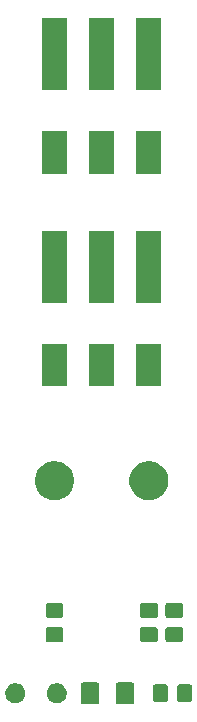
<source format=gbr>
G04 #@! TF.GenerationSoftware,KiCad,Pcbnew,(5.1.5-0-10_14)*
G04 #@! TF.CreationDate,2020-03-08T20:48:31+01:00*
G04 #@! TF.ProjectId,sensorHead,73656e73-6f72-4486-9561-642e6b696361,rev?*
G04 #@! TF.SameCoordinates,Original*
G04 #@! TF.FileFunction,Soldermask,Top*
G04 #@! TF.FilePolarity,Negative*
%FSLAX46Y46*%
G04 Gerber Fmt 4.6, Leading zero omitted, Abs format (unit mm)*
G04 Created by KiCad (PCBNEW (5.1.5-0-10_14)) date 2020-03-08 20:48:31*
%MOMM*%
%LPD*%
G04 APERTURE LIST*
%ADD10C,0.100000*%
G04 APERTURE END LIST*
D10*
G36*
X61600562Y-107078181D02*
G01*
X61635481Y-107088774D01*
X61667663Y-107105976D01*
X61695873Y-107129127D01*
X61719024Y-107157337D01*
X61736226Y-107189519D01*
X61746819Y-107224438D01*
X61751000Y-107266895D01*
X61751000Y-108733105D01*
X61746819Y-108775562D01*
X61736226Y-108810481D01*
X61719024Y-108842663D01*
X61695873Y-108870873D01*
X61667663Y-108894024D01*
X61635481Y-108911226D01*
X61600562Y-108921819D01*
X61558105Y-108926000D01*
X60416895Y-108926000D01*
X60374438Y-108921819D01*
X60339519Y-108911226D01*
X60307337Y-108894024D01*
X60279127Y-108870873D01*
X60255976Y-108842663D01*
X60238774Y-108810481D01*
X60228181Y-108775562D01*
X60224000Y-108733105D01*
X60224000Y-107266895D01*
X60228181Y-107224438D01*
X60238774Y-107189519D01*
X60255976Y-107157337D01*
X60279127Y-107129127D01*
X60307337Y-107105976D01*
X60339519Y-107088774D01*
X60374438Y-107078181D01*
X60416895Y-107074000D01*
X61558105Y-107074000D01*
X61600562Y-107078181D01*
G37*
G36*
X58625562Y-107078181D02*
G01*
X58660481Y-107088774D01*
X58692663Y-107105976D01*
X58720873Y-107129127D01*
X58744024Y-107157337D01*
X58761226Y-107189519D01*
X58771819Y-107224438D01*
X58776000Y-107266895D01*
X58776000Y-108733105D01*
X58771819Y-108775562D01*
X58761226Y-108810481D01*
X58744024Y-108842663D01*
X58720873Y-108870873D01*
X58692663Y-108894024D01*
X58660481Y-108911226D01*
X58625562Y-108921819D01*
X58583105Y-108926000D01*
X57441895Y-108926000D01*
X57399438Y-108921819D01*
X57364519Y-108911226D01*
X57332337Y-108894024D01*
X57304127Y-108870873D01*
X57280976Y-108842663D01*
X57263774Y-108810481D01*
X57253181Y-108775562D01*
X57249000Y-108733105D01*
X57249000Y-107266895D01*
X57253181Y-107224438D01*
X57263774Y-107189519D01*
X57280976Y-107157337D01*
X57304127Y-107129127D01*
X57332337Y-107105976D01*
X57364519Y-107088774D01*
X57399438Y-107078181D01*
X57441895Y-107074000D01*
X58583105Y-107074000D01*
X58625562Y-107078181D01*
G37*
G36*
X55442428Y-107181703D02*
G01*
X55597300Y-107245853D01*
X55736681Y-107338985D01*
X55855215Y-107457519D01*
X55948347Y-107596900D01*
X56012497Y-107751772D01*
X56045200Y-107916184D01*
X56045200Y-108083816D01*
X56012497Y-108248228D01*
X55948347Y-108403100D01*
X55855215Y-108542481D01*
X55736681Y-108661015D01*
X55597300Y-108754147D01*
X55442428Y-108818297D01*
X55278016Y-108851000D01*
X55110384Y-108851000D01*
X54945972Y-108818297D01*
X54791100Y-108754147D01*
X54651719Y-108661015D01*
X54533185Y-108542481D01*
X54440053Y-108403100D01*
X54375903Y-108248228D01*
X54343200Y-108083816D01*
X54343200Y-107916184D01*
X54375903Y-107751772D01*
X54440053Y-107596900D01*
X54533185Y-107457519D01*
X54651719Y-107338985D01*
X54791100Y-107245853D01*
X54945972Y-107181703D01*
X55110384Y-107149000D01*
X55278016Y-107149000D01*
X55442428Y-107181703D01*
G37*
G36*
X51942428Y-107181703D02*
G01*
X52097300Y-107245853D01*
X52236681Y-107338985D01*
X52355215Y-107457519D01*
X52448347Y-107596900D01*
X52512497Y-107751772D01*
X52545200Y-107916184D01*
X52545200Y-108083816D01*
X52512497Y-108248228D01*
X52448347Y-108403100D01*
X52355215Y-108542481D01*
X52236681Y-108661015D01*
X52097300Y-108754147D01*
X51942428Y-108818297D01*
X51778016Y-108851000D01*
X51610384Y-108851000D01*
X51445972Y-108818297D01*
X51291100Y-108754147D01*
X51151719Y-108661015D01*
X51033185Y-108542481D01*
X50940053Y-108403100D01*
X50875903Y-108248228D01*
X50843200Y-108083816D01*
X50843200Y-107916184D01*
X50875903Y-107751772D01*
X50940053Y-107596900D01*
X51033185Y-107457519D01*
X51151719Y-107338985D01*
X51291100Y-107245853D01*
X51445972Y-107181703D01*
X51610384Y-107149000D01*
X51778016Y-107149000D01*
X51942428Y-107181703D01*
G37*
G36*
X66488674Y-107253465D02*
G01*
X66526367Y-107264899D01*
X66561103Y-107283466D01*
X66591548Y-107308452D01*
X66616534Y-107338897D01*
X66635101Y-107373633D01*
X66646535Y-107411326D01*
X66651000Y-107456661D01*
X66651000Y-108543339D01*
X66646535Y-108588674D01*
X66635101Y-108626367D01*
X66616534Y-108661103D01*
X66591548Y-108691548D01*
X66561103Y-108716534D01*
X66526367Y-108735101D01*
X66488674Y-108746535D01*
X66443339Y-108751000D01*
X65606661Y-108751000D01*
X65561326Y-108746535D01*
X65523633Y-108735101D01*
X65488897Y-108716534D01*
X65458452Y-108691548D01*
X65433466Y-108661103D01*
X65414899Y-108626367D01*
X65403465Y-108588674D01*
X65399000Y-108543339D01*
X65399000Y-107456661D01*
X65403465Y-107411326D01*
X65414899Y-107373633D01*
X65433466Y-107338897D01*
X65458452Y-107308452D01*
X65488897Y-107283466D01*
X65523633Y-107264899D01*
X65561326Y-107253465D01*
X65606661Y-107249000D01*
X66443339Y-107249000D01*
X66488674Y-107253465D01*
G37*
G36*
X64438674Y-107253465D02*
G01*
X64476367Y-107264899D01*
X64511103Y-107283466D01*
X64541548Y-107308452D01*
X64566534Y-107338897D01*
X64585101Y-107373633D01*
X64596535Y-107411326D01*
X64601000Y-107456661D01*
X64601000Y-108543339D01*
X64596535Y-108588674D01*
X64585101Y-108626367D01*
X64566534Y-108661103D01*
X64541548Y-108691548D01*
X64511103Y-108716534D01*
X64476367Y-108735101D01*
X64438674Y-108746535D01*
X64393339Y-108751000D01*
X63556661Y-108751000D01*
X63511326Y-108746535D01*
X63473633Y-108735101D01*
X63438897Y-108716534D01*
X63408452Y-108691548D01*
X63383466Y-108661103D01*
X63364899Y-108626367D01*
X63353465Y-108588674D01*
X63349000Y-108543339D01*
X63349000Y-107456661D01*
X63353465Y-107411326D01*
X63364899Y-107373633D01*
X63383466Y-107338897D01*
X63408452Y-107308452D01*
X63438897Y-107283466D01*
X63473633Y-107264899D01*
X63511326Y-107253465D01*
X63556661Y-107249000D01*
X64393339Y-107249000D01*
X64438674Y-107253465D01*
G37*
G36*
X63588035Y-102403465D02*
G01*
X63625728Y-102414899D01*
X63660464Y-102433466D01*
X63690909Y-102458452D01*
X63715895Y-102488897D01*
X63734462Y-102523633D01*
X63745896Y-102561326D01*
X63750361Y-102606661D01*
X63750361Y-103443339D01*
X63745896Y-103488674D01*
X63734462Y-103526367D01*
X63715895Y-103561103D01*
X63690909Y-103591548D01*
X63660464Y-103616534D01*
X63625728Y-103635101D01*
X63588035Y-103646535D01*
X63542700Y-103651000D01*
X62456022Y-103651000D01*
X62410687Y-103646535D01*
X62372994Y-103635101D01*
X62338258Y-103616534D01*
X62307813Y-103591548D01*
X62282827Y-103561103D01*
X62264260Y-103526367D01*
X62252826Y-103488674D01*
X62248361Y-103443339D01*
X62248361Y-102606661D01*
X62252826Y-102561326D01*
X62264260Y-102523633D01*
X62282827Y-102488897D01*
X62307813Y-102458452D01*
X62338258Y-102433466D01*
X62372994Y-102414899D01*
X62410687Y-102403465D01*
X62456022Y-102399000D01*
X63542700Y-102399000D01*
X63588035Y-102403465D01*
G37*
G36*
X55588035Y-102403465D02*
G01*
X55625728Y-102414899D01*
X55660464Y-102433466D01*
X55690909Y-102458452D01*
X55715895Y-102488897D01*
X55734462Y-102523633D01*
X55745896Y-102561326D01*
X55750361Y-102606661D01*
X55750361Y-103443339D01*
X55745896Y-103488674D01*
X55734462Y-103526367D01*
X55715895Y-103561103D01*
X55690909Y-103591548D01*
X55660464Y-103616534D01*
X55625728Y-103635101D01*
X55588035Y-103646535D01*
X55542700Y-103651000D01*
X54456022Y-103651000D01*
X54410687Y-103646535D01*
X54372994Y-103635101D01*
X54338258Y-103616534D01*
X54307813Y-103591548D01*
X54282827Y-103561103D01*
X54264260Y-103526367D01*
X54252826Y-103488674D01*
X54248361Y-103443339D01*
X54248361Y-102606661D01*
X54252826Y-102561326D01*
X54264260Y-102523633D01*
X54282827Y-102488897D01*
X54307813Y-102458452D01*
X54338258Y-102433466D01*
X54372994Y-102414899D01*
X54410687Y-102403465D01*
X54456022Y-102399000D01*
X55542700Y-102399000D01*
X55588035Y-102403465D01*
G37*
G36*
X65739674Y-102403465D02*
G01*
X65777367Y-102414899D01*
X65812103Y-102433466D01*
X65842548Y-102458452D01*
X65867534Y-102488897D01*
X65886101Y-102523633D01*
X65897535Y-102561326D01*
X65902000Y-102606661D01*
X65902000Y-103443339D01*
X65897535Y-103488674D01*
X65886101Y-103526367D01*
X65867534Y-103561103D01*
X65842548Y-103591548D01*
X65812103Y-103616534D01*
X65777367Y-103635101D01*
X65739674Y-103646535D01*
X65694339Y-103651000D01*
X64607661Y-103651000D01*
X64562326Y-103646535D01*
X64524633Y-103635101D01*
X64489897Y-103616534D01*
X64459452Y-103591548D01*
X64434466Y-103561103D01*
X64415899Y-103526367D01*
X64404465Y-103488674D01*
X64400000Y-103443339D01*
X64400000Y-102606661D01*
X64404465Y-102561326D01*
X64415899Y-102523633D01*
X64434466Y-102488897D01*
X64459452Y-102458452D01*
X64489897Y-102433466D01*
X64524633Y-102414899D01*
X64562326Y-102403465D01*
X64607661Y-102399000D01*
X65694339Y-102399000D01*
X65739674Y-102403465D01*
G37*
G36*
X65739674Y-100353465D02*
G01*
X65777367Y-100364899D01*
X65812103Y-100383466D01*
X65842548Y-100408452D01*
X65867534Y-100438897D01*
X65886101Y-100473633D01*
X65897535Y-100511326D01*
X65902000Y-100556661D01*
X65902000Y-101393339D01*
X65897535Y-101438674D01*
X65886101Y-101476367D01*
X65867534Y-101511103D01*
X65842548Y-101541548D01*
X65812103Y-101566534D01*
X65777367Y-101585101D01*
X65739674Y-101596535D01*
X65694339Y-101601000D01*
X64607661Y-101601000D01*
X64562326Y-101596535D01*
X64524633Y-101585101D01*
X64489897Y-101566534D01*
X64459452Y-101541548D01*
X64434466Y-101511103D01*
X64415899Y-101476367D01*
X64404465Y-101438674D01*
X64400000Y-101393339D01*
X64400000Y-100556661D01*
X64404465Y-100511326D01*
X64415899Y-100473633D01*
X64434466Y-100438897D01*
X64459452Y-100408452D01*
X64489897Y-100383466D01*
X64524633Y-100364899D01*
X64562326Y-100353465D01*
X64607661Y-100349000D01*
X65694339Y-100349000D01*
X65739674Y-100353465D01*
G37*
G36*
X63588035Y-100353465D02*
G01*
X63625728Y-100364899D01*
X63660464Y-100383466D01*
X63690909Y-100408452D01*
X63715895Y-100438897D01*
X63734462Y-100473633D01*
X63745896Y-100511326D01*
X63750361Y-100556661D01*
X63750361Y-101393339D01*
X63745896Y-101438674D01*
X63734462Y-101476367D01*
X63715895Y-101511103D01*
X63690909Y-101541548D01*
X63660464Y-101566534D01*
X63625728Y-101585101D01*
X63588035Y-101596535D01*
X63542700Y-101601000D01*
X62456022Y-101601000D01*
X62410687Y-101596535D01*
X62372994Y-101585101D01*
X62338258Y-101566534D01*
X62307813Y-101541548D01*
X62282827Y-101511103D01*
X62264260Y-101476367D01*
X62252826Y-101438674D01*
X62248361Y-101393339D01*
X62248361Y-100556661D01*
X62252826Y-100511326D01*
X62264260Y-100473633D01*
X62282827Y-100438897D01*
X62307813Y-100408452D01*
X62338258Y-100383466D01*
X62372994Y-100364899D01*
X62410687Y-100353465D01*
X62456022Y-100349000D01*
X63542700Y-100349000D01*
X63588035Y-100353465D01*
G37*
G36*
X55588035Y-100353465D02*
G01*
X55625728Y-100364899D01*
X55660464Y-100383466D01*
X55690909Y-100408452D01*
X55715895Y-100438897D01*
X55734462Y-100473633D01*
X55745896Y-100511326D01*
X55750361Y-100556661D01*
X55750361Y-101393339D01*
X55745896Y-101438674D01*
X55734462Y-101476367D01*
X55715895Y-101511103D01*
X55690909Y-101541548D01*
X55660464Y-101566534D01*
X55625728Y-101585101D01*
X55588035Y-101596535D01*
X55542700Y-101601000D01*
X54456022Y-101601000D01*
X54410687Y-101596535D01*
X54372994Y-101585101D01*
X54338258Y-101566534D01*
X54307813Y-101541548D01*
X54282827Y-101511103D01*
X54264260Y-101476367D01*
X54252826Y-101438674D01*
X54248361Y-101393339D01*
X54248361Y-100556661D01*
X54252826Y-100511326D01*
X54264260Y-100473633D01*
X54282827Y-100438897D01*
X54307813Y-100408452D01*
X54338258Y-100383466D01*
X54372994Y-100364899D01*
X54410687Y-100353465D01*
X54456022Y-100349000D01*
X55542700Y-100349000D01*
X55588035Y-100353465D01*
G37*
G36*
X55374617Y-88391298D02*
G01*
X55480940Y-88412447D01*
X55781403Y-88536903D01*
X56051812Y-88717585D01*
X56281776Y-88947549D01*
X56462458Y-89217958D01*
X56586914Y-89518421D01*
X56650361Y-89837391D01*
X56650361Y-90162609D01*
X56586914Y-90481579D01*
X56462458Y-90782042D01*
X56281776Y-91052451D01*
X56051812Y-91282415D01*
X55781403Y-91463097D01*
X55480940Y-91587553D01*
X55374617Y-91608702D01*
X55161972Y-91651000D01*
X54836750Y-91651000D01*
X54624105Y-91608702D01*
X54517782Y-91587553D01*
X54217319Y-91463097D01*
X53946910Y-91282415D01*
X53716946Y-91052451D01*
X53536264Y-90782042D01*
X53411808Y-90481579D01*
X53348361Y-90162609D01*
X53348361Y-89837391D01*
X53411808Y-89518421D01*
X53536264Y-89217958D01*
X53716946Y-88947549D01*
X53946910Y-88717585D01*
X54217319Y-88536903D01*
X54517782Y-88412447D01*
X54624105Y-88391298D01*
X54836750Y-88349000D01*
X55161972Y-88349000D01*
X55374617Y-88391298D01*
G37*
G36*
X63374617Y-88391298D02*
G01*
X63480940Y-88412447D01*
X63781403Y-88536903D01*
X64051812Y-88717585D01*
X64281776Y-88947549D01*
X64462458Y-89217958D01*
X64586914Y-89518421D01*
X64650361Y-89837391D01*
X64650361Y-90162609D01*
X64586914Y-90481579D01*
X64462458Y-90782042D01*
X64281776Y-91052451D01*
X64051812Y-91282415D01*
X63781403Y-91463097D01*
X63480940Y-91587553D01*
X63374617Y-91608702D01*
X63161972Y-91651000D01*
X62836750Y-91651000D01*
X62624105Y-91608702D01*
X62517782Y-91587553D01*
X62217319Y-91463097D01*
X61946910Y-91282415D01*
X61716946Y-91052451D01*
X61536264Y-90782042D01*
X61411808Y-90481579D01*
X61348361Y-90162609D01*
X61348361Y-89837391D01*
X61411808Y-89518421D01*
X61536264Y-89217958D01*
X61716946Y-88947549D01*
X61946910Y-88717585D01*
X62217319Y-88536903D01*
X62517782Y-88412447D01*
X62624105Y-88391298D01*
X62836750Y-88349000D01*
X63161972Y-88349000D01*
X63374617Y-88391298D01*
G37*
G36*
X56050361Y-82026000D02*
G01*
X53948361Y-82026000D01*
X53948361Y-78424000D01*
X56050361Y-78424000D01*
X56050361Y-82026000D01*
G37*
G36*
X60050361Y-82026000D02*
G01*
X57948361Y-82026000D01*
X57948361Y-78424000D01*
X60050361Y-78424000D01*
X60050361Y-82026000D01*
G37*
G36*
X64050361Y-82026000D02*
G01*
X61948361Y-82026000D01*
X61948361Y-78424000D01*
X64050361Y-78424000D01*
X64050361Y-82026000D01*
G37*
G36*
X60050361Y-74926000D02*
G01*
X57948361Y-74926000D01*
X57948361Y-68824000D01*
X60050361Y-68824000D01*
X60050361Y-74926000D01*
G37*
G36*
X64050361Y-74926000D02*
G01*
X61948361Y-74926000D01*
X61948361Y-68824000D01*
X64050361Y-68824000D01*
X64050361Y-74926000D01*
G37*
G36*
X56050361Y-74926000D02*
G01*
X53948361Y-74926000D01*
X53948361Y-68824000D01*
X56050361Y-68824000D01*
X56050361Y-74926000D01*
G37*
G36*
X56050361Y-64026000D02*
G01*
X53948361Y-64026000D01*
X53948361Y-60424000D01*
X56050361Y-60424000D01*
X56050361Y-64026000D01*
G37*
G36*
X60050361Y-64026000D02*
G01*
X57948361Y-64026000D01*
X57948361Y-60424000D01*
X60050361Y-60424000D01*
X60050361Y-64026000D01*
G37*
G36*
X64050361Y-64026000D02*
G01*
X61948361Y-64026000D01*
X61948361Y-60424000D01*
X64050361Y-60424000D01*
X64050361Y-64026000D01*
G37*
G36*
X56050361Y-56926000D02*
G01*
X53948361Y-56926000D01*
X53948361Y-50824000D01*
X56050361Y-50824000D01*
X56050361Y-56926000D01*
G37*
G36*
X60050361Y-56926000D02*
G01*
X57948361Y-56926000D01*
X57948361Y-50824000D01*
X60050361Y-50824000D01*
X60050361Y-56926000D01*
G37*
G36*
X64050361Y-56926000D02*
G01*
X61948361Y-56926000D01*
X61948361Y-50824000D01*
X64050361Y-50824000D01*
X64050361Y-56926000D01*
G37*
M02*

</source>
